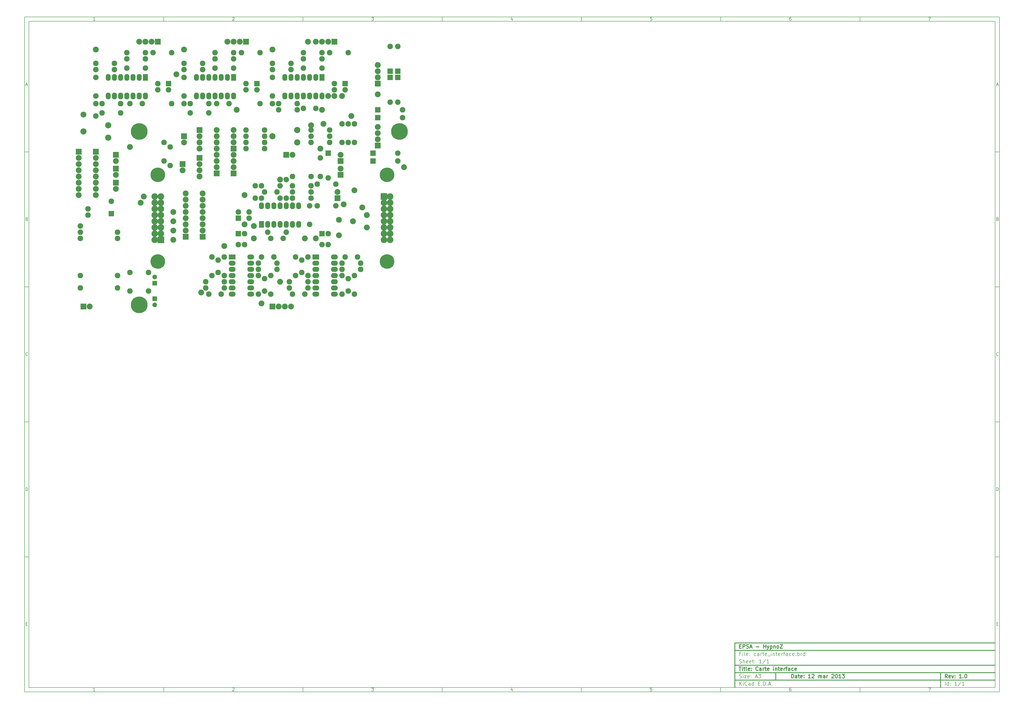
<source format=gbs>
G04 (created by PCBNEW-RS274X (2012-01-19 BZR 3256)-stable) date 12/03/2013 15:58:58*
G01*
G70*
G90*
%MOIN*%
G04 Gerber Fmt 3.4, Leading zero omitted, Abs format*
%FSLAX34Y34*%
G04 APERTURE LIST*
%ADD10C,0.006000*%
%ADD11C,0.012000*%
%ADD12C,0.090000*%
%ADD13R,0.090000X0.090000*%
%ADD14R,0.082000X0.110000*%
%ADD15O,0.082000X0.110000*%
%ADD16R,0.110000X0.082000*%
%ADD17O,0.110000X0.082000*%
%ADD18C,0.235000*%
%ADD19R,0.105000X0.105000*%
%ADD20C,0.105000*%
%ADD21R,0.095000X0.095000*%
%ADD22C,0.095000*%
%ADD23R,0.075000X0.075000*%
%ADD24C,0.075000*%
%ADD25C,0.100000*%
%ADD26C,0.270000*%
G04 APERTURE END LIST*
G54D10*
X04000Y-04000D02*
X161350Y-04000D01*
X161350Y-113000D01*
X04000Y-113000D01*
X04000Y-04000D01*
X04700Y-04700D02*
X160650Y-04700D01*
X160650Y-112300D01*
X04700Y-112300D01*
X04700Y-04700D01*
X26470Y-04000D02*
X26470Y-04700D01*
X15383Y-04552D02*
X15097Y-04552D01*
X15240Y-04552D02*
X15240Y-04052D01*
X15192Y-04124D01*
X15145Y-04171D01*
X15097Y-04195D01*
X26470Y-113000D02*
X26470Y-112300D01*
X15383Y-112852D02*
X15097Y-112852D01*
X15240Y-112852D02*
X15240Y-112352D01*
X15192Y-112424D01*
X15145Y-112471D01*
X15097Y-112495D01*
X48940Y-04000D02*
X48940Y-04700D01*
X37567Y-04100D02*
X37591Y-04076D01*
X37639Y-04052D01*
X37758Y-04052D01*
X37805Y-04076D01*
X37829Y-04100D01*
X37853Y-04148D01*
X37853Y-04195D01*
X37829Y-04267D01*
X37543Y-04552D01*
X37853Y-04552D01*
X48940Y-113000D02*
X48940Y-112300D01*
X37567Y-112400D02*
X37591Y-112376D01*
X37639Y-112352D01*
X37758Y-112352D01*
X37805Y-112376D01*
X37829Y-112400D01*
X37853Y-112448D01*
X37853Y-112495D01*
X37829Y-112567D01*
X37543Y-112852D01*
X37853Y-112852D01*
X71410Y-04000D02*
X71410Y-04700D01*
X60013Y-04052D02*
X60323Y-04052D01*
X60156Y-04243D01*
X60228Y-04243D01*
X60275Y-04267D01*
X60299Y-04290D01*
X60323Y-04338D01*
X60323Y-04457D01*
X60299Y-04505D01*
X60275Y-04529D01*
X60228Y-04552D01*
X60085Y-04552D01*
X60037Y-04529D01*
X60013Y-04505D01*
X71410Y-113000D02*
X71410Y-112300D01*
X60013Y-112352D02*
X60323Y-112352D01*
X60156Y-112543D01*
X60228Y-112543D01*
X60275Y-112567D01*
X60299Y-112590D01*
X60323Y-112638D01*
X60323Y-112757D01*
X60299Y-112805D01*
X60275Y-112829D01*
X60228Y-112852D01*
X60085Y-112852D01*
X60037Y-112829D01*
X60013Y-112805D01*
X93880Y-04000D02*
X93880Y-04700D01*
X82745Y-04219D02*
X82745Y-04552D01*
X82626Y-04029D02*
X82507Y-04386D01*
X82817Y-04386D01*
X93880Y-113000D02*
X93880Y-112300D01*
X82745Y-112519D02*
X82745Y-112852D01*
X82626Y-112329D02*
X82507Y-112686D01*
X82817Y-112686D01*
X116350Y-04000D02*
X116350Y-04700D01*
X105239Y-04052D02*
X105001Y-04052D01*
X104977Y-04290D01*
X105001Y-04267D01*
X105049Y-04243D01*
X105168Y-04243D01*
X105215Y-04267D01*
X105239Y-04290D01*
X105263Y-04338D01*
X105263Y-04457D01*
X105239Y-04505D01*
X105215Y-04529D01*
X105168Y-04552D01*
X105049Y-04552D01*
X105001Y-04529D01*
X104977Y-04505D01*
X116350Y-113000D02*
X116350Y-112300D01*
X105239Y-112352D02*
X105001Y-112352D01*
X104977Y-112590D01*
X105001Y-112567D01*
X105049Y-112543D01*
X105168Y-112543D01*
X105215Y-112567D01*
X105239Y-112590D01*
X105263Y-112638D01*
X105263Y-112757D01*
X105239Y-112805D01*
X105215Y-112829D01*
X105168Y-112852D01*
X105049Y-112852D01*
X105001Y-112829D01*
X104977Y-112805D01*
X138820Y-04000D02*
X138820Y-04700D01*
X127685Y-04052D02*
X127590Y-04052D01*
X127542Y-04076D01*
X127519Y-04100D01*
X127471Y-04171D01*
X127447Y-04267D01*
X127447Y-04457D01*
X127471Y-04505D01*
X127495Y-04529D01*
X127542Y-04552D01*
X127638Y-04552D01*
X127685Y-04529D01*
X127709Y-04505D01*
X127733Y-04457D01*
X127733Y-04338D01*
X127709Y-04290D01*
X127685Y-04267D01*
X127638Y-04243D01*
X127542Y-04243D01*
X127495Y-04267D01*
X127471Y-04290D01*
X127447Y-04338D01*
X138820Y-113000D02*
X138820Y-112300D01*
X127685Y-112352D02*
X127590Y-112352D01*
X127542Y-112376D01*
X127519Y-112400D01*
X127471Y-112471D01*
X127447Y-112567D01*
X127447Y-112757D01*
X127471Y-112805D01*
X127495Y-112829D01*
X127542Y-112852D01*
X127638Y-112852D01*
X127685Y-112829D01*
X127709Y-112805D01*
X127733Y-112757D01*
X127733Y-112638D01*
X127709Y-112590D01*
X127685Y-112567D01*
X127638Y-112543D01*
X127542Y-112543D01*
X127495Y-112567D01*
X127471Y-112590D01*
X127447Y-112638D01*
X149893Y-04052D02*
X150227Y-04052D01*
X150012Y-04552D01*
X149893Y-112352D02*
X150227Y-112352D01*
X150012Y-112852D01*
X04000Y-25800D02*
X04700Y-25800D01*
X04231Y-14960D02*
X04469Y-14960D01*
X04184Y-15102D02*
X04350Y-14602D01*
X04517Y-15102D01*
X161350Y-25800D02*
X160650Y-25800D01*
X160881Y-14960D02*
X161119Y-14960D01*
X160834Y-15102D02*
X161000Y-14602D01*
X161167Y-15102D01*
X04000Y-47600D02*
X04700Y-47600D01*
X04386Y-36640D02*
X04457Y-36664D01*
X04481Y-36688D01*
X04505Y-36736D01*
X04505Y-36807D01*
X04481Y-36855D01*
X04457Y-36879D01*
X04410Y-36902D01*
X04219Y-36902D01*
X04219Y-36402D01*
X04386Y-36402D01*
X04433Y-36426D01*
X04457Y-36450D01*
X04481Y-36498D01*
X04481Y-36545D01*
X04457Y-36593D01*
X04433Y-36617D01*
X04386Y-36640D01*
X04219Y-36640D01*
X161350Y-47600D02*
X160650Y-47600D01*
X161036Y-36640D02*
X161107Y-36664D01*
X161131Y-36688D01*
X161155Y-36736D01*
X161155Y-36807D01*
X161131Y-36855D01*
X161107Y-36879D01*
X161060Y-36902D01*
X160869Y-36902D01*
X160869Y-36402D01*
X161036Y-36402D01*
X161083Y-36426D01*
X161107Y-36450D01*
X161131Y-36498D01*
X161131Y-36545D01*
X161107Y-36593D01*
X161083Y-36617D01*
X161036Y-36640D01*
X160869Y-36640D01*
X04000Y-69400D02*
X04700Y-69400D01*
X04505Y-58655D02*
X04481Y-58679D01*
X04410Y-58702D01*
X04362Y-58702D01*
X04290Y-58679D01*
X04243Y-58631D01*
X04219Y-58583D01*
X04195Y-58488D01*
X04195Y-58417D01*
X04219Y-58321D01*
X04243Y-58274D01*
X04290Y-58226D01*
X04362Y-58202D01*
X04410Y-58202D01*
X04481Y-58226D01*
X04505Y-58250D01*
X161350Y-69400D02*
X160650Y-69400D01*
X161155Y-58655D02*
X161131Y-58679D01*
X161060Y-58702D01*
X161012Y-58702D01*
X160940Y-58679D01*
X160893Y-58631D01*
X160869Y-58583D01*
X160845Y-58488D01*
X160845Y-58417D01*
X160869Y-58321D01*
X160893Y-58274D01*
X160940Y-58226D01*
X161012Y-58202D01*
X161060Y-58202D01*
X161131Y-58226D01*
X161155Y-58250D01*
X04000Y-91200D02*
X04700Y-91200D01*
X04219Y-80502D02*
X04219Y-80002D01*
X04338Y-80002D01*
X04410Y-80026D01*
X04457Y-80074D01*
X04481Y-80121D01*
X04505Y-80217D01*
X04505Y-80288D01*
X04481Y-80383D01*
X04457Y-80431D01*
X04410Y-80479D01*
X04338Y-80502D01*
X04219Y-80502D01*
X161350Y-91200D02*
X160650Y-91200D01*
X160869Y-80502D02*
X160869Y-80002D01*
X160988Y-80002D01*
X161060Y-80026D01*
X161107Y-80074D01*
X161131Y-80121D01*
X161155Y-80217D01*
X161155Y-80288D01*
X161131Y-80383D01*
X161107Y-80431D01*
X161060Y-80479D01*
X160988Y-80502D01*
X160869Y-80502D01*
X04243Y-102040D02*
X04410Y-102040D01*
X04481Y-102302D02*
X04243Y-102302D01*
X04243Y-101802D01*
X04481Y-101802D01*
X160893Y-102040D02*
X161060Y-102040D01*
X161131Y-102302D02*
X160893Y-102302D01*
X160893Y-101802D01*
X161131Y-101802D01*
G54D11*
X127793Y-110743D02*
X127793Y-110143D01*
X127936Y-110143D01*
X128021Y-110171D01*
X128079Y-110229D01*
X128107Y-110286D01*
X128136Y-110400D01*
X128136Y-110486D01*
X128107Y-110600D01*
X128079Y-110657D01*
X128021Y-110714D01*
X127936Y-110743D01*
X127793Y-110743D01*
X128650Y-110743D02*
X128650Y-110429D01*
X128621Y-110371D01*
X128564Y-110343D01*
X128450Y-110343D01*
X128393Y-110371D01*
X128650Y-110714D02*
X128593Y-110743D01*
X128450Y-110743D01*
X128393Y-110714D01*
X128364Y-110657D01*
X128364Y-110600D01*
X128393Y-110543D01*
X128450Y-110514D01*
X128593Y-110514D01*
X128650Y-110486D01*
X128850Y-110343D02*
X129079Y-110343D01*
X128936Y-110143D02*
X128936Y-110657D01*
X128964Y-110714D01*
X129022Y-110743D01*
X129079Y-110743D01*
X129507Y-110714D02*
X129450Y-110743D01*
X129336Y-110743D01*
X129279Y-110714D01*
X129250Y-110657D01*
X129250Y-110429D01*
X129279Y-110371D01*
X129336Y-110343D01*
X129450Y-110343D01*
X129507Y-110371D01*
X129536Y-110429D01*
X129536Y-110486D01*
X129250Y-110543D01*
X129793Y-110686D02*
X129821Y-110714D01*
X129793Y-110743D01*
X129764Y-110714D01*
X129793Y-110686D01*
X129793Y-110743D01*
X129793Y-110371D02*
X129821Y-110400D01*
X129793Y-110429D01*
X129764Y-110400D01*
X129793Y-110371D01*
X129793Y-110429D01*
X130850Y-110743D02*
X130507Y-110743D01*
X130679Y-110743D02*
X130679Y-110143D01*
X130622Y-110229D01*
X130564Y-110286D01*
X130507Y-110314D01*
X131078Y-110200D02*
X131107Y-110171D01*
X131164Y-110143D01*
X131307Y-110143D01*
X131364Y-110171D01*
X131393Y-110200D01*
X131421Y-110257D01*
X131421Y-110314D01*
X131393Y-110400D01*
X131050Y-110743D01*
X131421Y-110743D01*
X132135Y-110743D02*
X132135Y-110343D01*
X132135Y-110400D02*
X132163Y-110371D01*
X132221Y-110343D01*
X132306Y-110343D01*
X132363Y-110371D01*
X132392Y-110429D01*
X132392Y-110743D01*
X132392Y-110429D02*
X132421Y-110371D01*
X132478Y-110343D01*
X132563Y-110343D01*
X132621Y-110371D01*
X132649Y-110429D01*
X132649Y-110743D01*
X133192Y-110743D02*
X133192Y-110429D01*
X133163Y-110371D01*
X133106Y-110343D01*
X132992Y-110343D01*
X132935Y-110371D01*
X133192Y-110714D02*
X133135Y-110743D01*
X132992Y-110743D01*
X132935Y-110714D01*
X132906Y-110657D01*
X132906Y-110600D01*
X132935Y-110543D01*
X132992Y-110514D01*
X133135Y-110514D01*
X133192Y-110486D01*
X133478Y-110743D02*
X133478Y-110343D01*
X133478Y-110457D02*
X133506Y-110400D01*
X133535Y-110371D01*
X133592Y-110343D01*
X133649Y-110343D01*
X134277Y-110200D02*
X134306Y-110171D01*
X134363Y-110143D01*
X134506Y-110143D01*
X134563Y-110171D01*
X134592Y-110200D01*
X134620Y-110257D01*
X134620Y-110314D01*
X134592Y-110400D01*
X134249Y-110743D01*
X134620Y-110743D01*
X134991Y-110143D02*
X135048Y-110143D01*
X135105Y-110171D01*
X135134Y-110200D01*
X135163Y-110257D01*
X135191Y-110371D01*
X135191Y-110514D01*
X135163Y-110629D01*
X135134Y-110686D01*
X135105Y-110714D01*
X135048Y-110743D01*
X134991Y-110743D01*
X134934Y-110714D01*
X134905Y-110686D01*
X134877Y-110629D01*
X134848Y-110514D01*
X134848Y-110371D01*
X134877Y-110257D01*
X134905Y-110200D01*
X134934Y-110171D01*
X134991Y-110143D01*
X135762Y-110743D02*
X135419Y-110743D01*
X135591Y-110743D02*
X135591Y-110143D01*
X135534Y-110229D01*
X135476Y-110286D01*
X135419Y-110314D01*
X135962Y-110143D02*
X136333Y-110143D01*
X136133Y-110371D01*
X136219Y-110371D01*
X136276Y-110400D01*
X136305Y-110429D01*
X136333Y-110486D01*
X136333Y-110629D01*
X136305Y-110686D01*
X136276Y-110714D01*
X136219Y-110743D01*
X136047Y-110743D01*
X135990Y-110714D01*
X135962Y-110686D01*
G54D10*
X119393Y-111943D02*
X119393Y-111343D01*
X119736Y-111943D02*
X119479Y-111600D01*
X119736Y-111343D02*
X119393Y-111686D01*
X119993Y-111943D02*
X119993Y-111543D01*
X119993Y-111343D02*
X119964Y-111371D01*
X119993Y-111400D01*
X120021Y-111371D01*
X119993Y-111343D01*
X119993Y-111400D01*
X120622Y-111886D02*
X120593Y-111914D01*
X120507Y-111943D01*
X120450Y-111943D01*
X120365Y-111914D01*
X120307Y-111857D01*
X120279Y-111800D01*
X120250Y-111686D01*
X120250Y-111600D01*
X120279Y-111486D01*
X120307Y-111429D01*
X120365Y-111371D01*
X120450Y-111343D01*
X120507Y-111343D01*
X120593Y-111371D01*
X120622Y-111400D01*
X121136Y-111943D02*
X121136Y-111629D01*
X121107Y-111571D01*
X121050Y-111543D01*
X120936Y-111543D01*
X120879Y-111571D01*
X121136Y-111914D02*
X121079Y-111943D01*
X120936Y-111943D01*
X120879Y-111914D01*
X120850Y-111857D01*
X120850Y-111800D01*
X120879Y-111743D01*
X120936Y-111714D01*
X121079Y-111714D01*
X121136Y-111686D01*
X121679Y-111943D02*
X121679Y-111343D01*
X121679Y-111914D02*
X121622Y-111943D01*
X121508Y-111943D01*
X121450Y-111914D01*
X121422Y-111886D01*
X121393Y-111829D01*
X121393Y-111657D01*
X121422Y-111600D01*
X121450Y-111571D01*
X121508Y-111543D01*
X121622Y-111543D01*
X121679Y-111571D01*
X122422Y-111629D02*
X122622Y-111629D01*
X122708Y-111943D02*
X122422Y-111943D01*
X122422Y-111343D01*
X122708Y-111343D01*
X122965Y-111886D02*
X122993Y-111914D01*
X122965Y-111943D01*
X122936Y-111914D01*
X122965Y-111886D01*
X122965Y-111943D01*
X123251Y-111943D02*
X123251Y-111343D01*
X123394Y-111343D01*
X123479Y-111371D01*
X123537Y-111429D01*
X123565Y-111486D01*
X123594Y-111600D01*
X123594Y-111686D01*
X123565Y-111800D01*
X123537Y-111857D01*
X123479Y-111914D01*
X123394Y-111943D01*
X123251Y-111943D01*
X123851Y-111886D02*
X123879Y-111914D01*
X123851Y-111943D01*
X123822Y-111914D01*
X123851Y-111886D01*
X123851Y-111943D01*
X124108Y-111771D02*
X124394Y-111771D01*
X124051Y-111943D02*
X124251Y-111343D01*
X124451Y-111943D01*
X124651Y-111886D02*
X124679Y-111914D01*
X124651Y-111943D01*
X124622Y-111914D01*
X124651Y-111886D01*
X124651Y-111943D01*
G54D11*
X152936Y-110743D02*
X152736Y-110457D01*
X152593Y-110743D02*
X152593Y-110143D01*
X152821Y-110143D01*
X152879Y-110171D01*
X152907Y-110200D01*
X152936Y-110257D01*
X152936Y-110343D01*
X152907Y-110400D01*
X152879Y-110429D01*
X152821Y-110457D01*
X152593Y-110457D01*
X153421Y-110714D02*
X153364Y-110743D01*
X153250Y-110743D01*
X153193Y-110714D01*
X153164Y-110657D01*
X153164Y-110429D01*
X153193Y-110371D01*
X153250Y-110343D01*
X153364Y-110343D01*
X153421Y-110371D01*
X153450Y-110429D01*
X153450Y-110486D01*
X153164Y-110543D01*
X153650Y-110343D02*
X153793Y-110743D01*
X153935Y-110343D01*
X154164Y-110686D02*
X154192Y-110714D01*
X154164Y-110743D01*
X154135Y-110714D01*
X154164Y-110686D01*
X154164Y-110743D01*
X154164Y-110371D02*
X154192Y-110400D01*
X154164Y-110429D01*
X154135Y-110400D01*
X154164Y-110371D01*
X154164Y-110429D01*
X155221Y-110743D02*
X154878Y-110743D01*
X155050Y-110743D02*
X155050Y-110143D01*
X154993Y-110229D01*
X154935Y-110286D01*
X154878Y-110314D01*
X155478Y-110686D02*
X155506Y-110714D01*
X155478Y-110743D01*
X155449Y-110714D01*
X155478Y-110686D01*
X155478Y-110743D01*
X155878Y-110143D02*
X155935Y-110143D01*
X155992Y-110171D01*
X156021Y-110200D01*
X156050Y-110257D01*
X156078Y-110371D01*
X156078Y-110514D01*
X156050Y-110629D01*
X156021Y-110686D01*
X155992Y-110714D01*
X155935Y-110743D01*
X155878Y-110743D01*
X155821Y-110714D01*
X155792Y-110686D01*
X155764Y-110629D01*
X155735Y-110514D01*
X155735Y-110371D01*
X155764Y-110257D01*
X155792Y-110200D01*
X155821Y-110171D01*
X155878Y-110143D01*
G54D10*
X119364Y-110714D02*
X119450Y-110743D01*
X119593Y-110743D01*
X119650Y-110714D01*
X119679Y-110686D01*
X119707Y-110629D01*
X119707Y-110571D01*
X119679Y-110514D01*
X119650Y-110486D01*
X119593Y-110457D01*
X119479Y-110429D01*
X119421Y-110400D01*
X119393Y-110371D01*
X119364Y-110314D01*
X119364Y-110257D01*
X119393Y-110200D01*
X119421Y-110171D01*
X119479Y-110143D01*
X119621Y-110143D01*
X119707Y-110171D01*
X119964Y-110743D02*
X119964Y-110343D01*
X119964Y-110143D02*
X119935Y-110171D01*
X119964Y-110200D01*
X119992Y-110171D01*
X119964Y-110143D01*
X119964Y-110200D01*
X120193Y-110343D02*
X120507Y-110343D01*
X120193Y-110743D01*
X120507Y-110743D01*
X120964Y-110714D02*
X120907Y-110743D01*
X120793Y-110743D01*
X120736Y-110714D01*
X120707Y-110657D01*
X120707Y-110429D01*
X120736Y-110371D01*
X120793Y-110343D01*
X120907Y-110343D01*
X120964Y-110371D01*
X120993Y-110429D01*
X120993Y-110486D01*
X120707Y-110543D01*
X121250Y-110686D02*
X121278Y-110714D01*
X121250Y-110743D01*
X121221Y-110714D01*
X121250Y-110686D01*
X121250Y-110743D01*
X121250Y-110371D02*
X121278Y-110400D01*
X121250Y-110429D01*
X121221Y-110400D01*
X121250Y-110371D01*
X121250Y-110429D01*
X121964Y-110571D02*
X122250Y-110571D01*
X121907Y-110743D02*
X122107Y-110143D01*
X122307Y-110743D01*
X122450Y-110143D02*
X122821Y-110143D01*
X122621Y-110371D01*
X122707Y-110371D01*
X122764Y-110400D01*
X122793Y-110429D01*
X122821Y-110486D01*
X122821Y-110629D01*
X122793Y-110686D01*
X122764Y-110714D01*
X122707Y-110743D01*
X122535Y-110743D01*
X122478Y-110714D01*
X122450Y-110686D01*
X152593Y-111943D02*
X152593Y-111343D01*
X153136Y-111943D02*
X153136Y-111343D01*
X153136Y-111914D02*
X153079Y-111943D01*
X152965Y-111943D01*
X152907Y-111914D01*
X152879Y-111886D01*
X152850Y-111829D01*
X152850Y-111657D01*
X152879Y-111600D01*
X152907Y-111571D01*
X152965Y-111543D01*
X153079Y-111543D01*
X153136Y-111571D01*
X153422Y-111886D02*
X153450Y-111914D01*
X153422Y-111943D01*
X153393Y-111914D01*
X153422Y-111886D01*
X153422Y-111943D01*
X153422Y-111571D02*
X153450Y-111600D01*
X153422Y-111629D01*
X153393Y-111600D01*
X153422Y-111571D01*
X153422Y-111629D01*
X154479Y-111943D02*
X154136Y-111943D01*
X154308Y-111943D02*
X154308Y-111343D01*
X154251Y-111429D01*
X154193Y-111486D01*
X154136Y-111514D01*
X155164Y-111314D02*
X154650Y-112086D01*
X155679Y-111943D02*
X155336Y-111943D01*
X155508Y-111943D02*
X155508Y-111343D01*
X155451Y-111429D01*
X155393Y-111486D01*
X155336Y-111514D01*
G54D11*
X119307Y-108943D02*
X119650Y-108943D01*
X119479Y-109543D02*
X119479Y-108943D01*
X119850Y-109543D02*
X119850Y-109143D01*
X119850Y-108943D02*
X119821Y-108971D01*
X119850Y-109000D01*
X119878Y-108971D01*
X119850Y-108943D01*
X119850Y-109000D01*
X120050Y-109143D02*
X120279Y-109143D01*
X120136Y-108943D02*
X120136Y-109457D01*
X120164Y-109514D01*
X120222Y-109543D01*
X120279Y-109543D01*
X120565Y-109543D02*
X120507Y-109514D01*
X120479Y-109457D01*
X120479Y-108943D01*
X121021Y-109514D02*
X120964Y-109543D01*
X120850Y-109543D01*
X120793Y-109514D01*
X120764Y-109457D01*
X120764Y-109229D01*
X120793Y-109171D01*
X120850Y-109143D01*
X120964Y-109143D01*
X121021Y-109171D01*
X121050Y-109229D01*
X121050Y-109286D01*
X120764Y-109343D01*
X121307Y-109486D02*
X121335Y-109514D01*
X121307Y-109543D01*
X121278Y-109514D01*
X121307Y-109486D01*
X121307Y-109543D01*
X121307Y-109171D02*
X121335Y-109200D01*
X121307Y-109229D01*
X121278Y-109200D01*
X121307Y-109171D01*
X121307Y-109229D01*
X122393Y-109486D02*
X122364Y-109514D01*
X122278Y-109543D01*
X122221Y-109543D01*
X122136Y-109514D01*
X122078Y-109457D01*
X122050Y-109400D01*
X122021Y-109286D01*
X122021Y-109200D01*
X122050Y-109086D01*
X122078Y-109029D01*
X122136Y-108971D01*
X122221Y-108943D01*
X122278Y-108943D01*
X122364Y-108971D01*
X122393Y-109000D01*
X122907Y-109543D02*
X122907Y-109229D01*
X122878Y-109171D01*
X122821Y-109143D01*
X122707Y-109143D01*
X122650Y-109171D01*
X122907Y-109514D02*
X122850Y-109543D01*
X122707Y-109543D01*
X122650Y-109514D01*
X122621Y-109457D01*
X122621Y-109400D01*
X122650Y-109343D01*
X122707Y-109314D01*
X122850Y-109314D01*
X122907Y-109286D01*
X123193Y-109543D02*
X123193Y-109143D01*
X123193Y-109257D02*
X123221Y-109200D01*
X123250Y-109171D01*
X123307Y-109143D01*
X123364Y-109143D01*
X123478Y-109143D02*
X123707Y-109143D01*
X123564Y-108943D02*
X123564Y-109457D01*
X123592Y-109514D01*
X123650Y-109543D01*
X123707Y-109543D01*
X124135Y-109514D02*
X124078Y-109543D01*
X123964Y-109543D01*
X123907Y-109514D01*
X123878Y-109457D01*
X123878Y-109229D01*
X123907Y-109171D01*
X123964Y-109143D01*
X124078Y-109143D01*
X124135Y-109171D01*
X124164Y-109229D01*
X124164Y-109286D01*
X123878Y-109343D01*
X124878Y-109543D02*
X124878Y-109143D01*
X124878Y-108943D02*
X124849Y-108971D01*
X124878Y-109000D01*
X124906Y-108971D01*
X124878Y-108943D01*
X124878Y-109000D01*
X125164Y-109143D02*
X125164Y-109543D01*
X125164Y-109200D02*
X125192Y-109171D01*
X125250Y-109143D01*
X125335Y-109143D01*
X125392Y-109171D01*
X125421Y-109229D01*
X125421Y-109543D01*
X125621Y-109143D02*
X125850Y-109143D01*
X125707Y-108943D02*
X125707Y-109457D01*
X125735Y-109514D01*
X125793Y-109543D01*
X125850Y-109543D01*
X126278Y-109514D02*
X126221Y-109543D01*
X126107Y-109543D01*
X126050Y-109514D01*
X126021Y-109457D01*
X126021Y-109229D01*
X126050Y-109171D01*
X126107Y-109143D01*
X126221Y-109143D01*
X126278Y-109171D01*
X126307Y-109229D01*
X126307Y-109286D01*
X126021Y-109343D01*
X126564Y-109543D02*
X126564Y-109143D01*
X126564Y-109257D02*
X126592Y-109200D01*
X126621Y-109171D01*
X126678Y-109143D01*
X126735Y-109143D01*
X126849Y-109143D02*
X127078Y-109143D01*
X126935Y-109543D02*
X126935Y-109029D01*
X126963Y-108971D01*
X127021Y-108943D01*
X127078Y-108943D01*
X127535Y-109543D02*
X127535Y-109229D01*
X127506Y-109171D01*
X127449Y-109143D01*
X127335Y-109143D01*
X127278Y-109171D01*
X127535Y-109514D02*
X127478Y-109543D01*
X127335Y-109543D01*
X127278Y-109514D01*
X127249Y-109457D01*
X127249Y-109400D01*
X127278Y-109343D01*
X127335Y-109314D01*
X127478Y-109314D01*
X127535Y-109286D01*
X128078Y-109514D02*
X128021Y-109543D01*
X127907Y-109543D01*
X127849Y-109514D01*
X127821Y-109486D01*
X127792Y-109429D01*
X127792Y-109257D01*
X127821Y-109200D01*
X127849Y-109171D01*
X127907Y-109143D01*
X128021Y-109143D01*
X128078Y-109171D01*
X128563Y-109514D02*
X128506Y-109543D01*
X128392Y-109543D01*
X128335Y-109514D01*
X128306Y-109457D01*
X128306Y-109229D01*
X128335Y-109171D01*
X128392Y-109143D01*
X128506Y-109143D01*
X128563Y-109171D01*
X128592Y-109229D01*
X128592Y-109286D01*
X128306Y-109343D01*
G54D10*
X119593Y-106829D02*
X119393Y-106829D01*
X119393Y-107143D02*
X119393Y-106543D01*
X119679Y-106543D01*
X119907Y-107143D02*
X119907Y-106743D01*
X119907Y-106543D02*
X119878Y-106571D01*
X119907Y-106600D01*
X119935Y-106571D01*
X119907Y-106543D01*
X119907Y-106600D01*
X120279Y-107143D02*
X120221Y-107114D01*
X120193Y-107057D01*
X120193Y-106543D01*
X120735Y-107114D02*
X120678Y-107143D01*
X120564Y-107143D01*
X120507Y-107114D01*
X120478Y-107057D01*
X120478Y-106829D01*
X120507Y-106771D01*
X120564Y-106743D01*
X120678Y-106743D01*
X120735Y-106771D01*
X120764Y-106829D01*
X120764Y-106886D01*
X120478Y-106943D01*
X121021Y-107086D02*
X121049Y-107114D01*
X121021Y-107143D01*
X120992Y-107114D01*
X121021Y-107086D01*
X121021Y-107143D01*
X121021Y-106771D02*
X121049Y-106800D01*
X121021Y-106829D01*
X120992Y-106800D01*
X121021Y-106771D01*
X121021Y-106829D01*
X122021Y-107114D02*
X121964Y-107143D01*
X121850Y-107143D01*
X121792Y-107114D01*
X121764Y-107086D01*
X121735Y-107029D01*
X121735Y-106857D01*
X121764Y-106800D01*
X121792Y-106771D01*
X121850Y-106743D01*
X121964Y-106743D01*
X122021Y-106771D01*
X122535Y-107143D02*
X122535Y-106829D01*
X122506Y-106771D01*
X122449Y-106743D01*
X122335Y-106743D01*
X122278Y-106771D01*
X122535Y-107114D02*
X122478Y-107143D01*
X122335Y-107143D01*
X122278Y-107114D01*
X122249Y-107057D01*
X122249Y-107000D01*
X122278Y-106943D01*
X122335Y-106914D01*
X122478Y-106914D01*
X122535Y-106886D01*
X122821Y-107143D02*
X122821Y-106743D01*
X122821Y-106857D02*
X122849Y-106800D01*
X122878Y-106771D01*
X122935Y-106743D01*
X122992Y-106743D01*
X123106Y-106743D02*
X123335Y-106743D01*
X123192Y-106543D02*
X123192Y-107057D01*
X123220Y-107114D01*
X123278Y-107143D01*
X123335Y-107143D01*
X123763Y-107114D02*
X123706Y-107143D01*
X123592Y-107143D01*
X123535Y-107114D01*
X123506Y-107057D01*
X123506Y-106829D01*
X123535Y-106771D01*
X123592Y-106743D01*
X123706Y-106743D01*
X123763Y-106771D01*
X123792Y-106829D01*
X123792Y-106886D01*
X123506Y-106943D01*
X123906Y-107200D02*
X124363Y-107200D01*
X124506Y-107143D02*
X124506Y-106743D01*
X124506Y-106543D02*
X124477Y-106571D01*
X124506Y-106600D01*
X124534Y-106571D01*
X124506Y-106543D01*
X124506Y-106600D01*
X124792Y-106743D02*
X124792Y-107143D01*
X124792Y-106800D02*
X124820Y-106771D01*
X124878Y-106743D01*
X124963Y-106743D01*
X125020Y-106771D01*
X125049Y-106829D01*
X125049Y-107143D01*
X125249Y-106743D02*
X125478Y-106743D01*
X125335Y-106543D02*
X125335Y-107057D01*
X125363Y-107114D01*
X125421Y-107143D01*
X125478Y-107143D01*
X125906Y-107114D02*
X125849Y-107143D01*
X125735Y-107143D01*
X125678Y-107114D01*
X125649Y-107057D01*
X125649Y-106829D01*
X125678Y-106771D01*
X125735Y-106743D01*
X125849Y-106743D01*
X125906Y-106771D01*
X125935Y-106829D01*
X125935Y-106886D01*
X125649Y-106943D01*
X126192Y-107143D02*
X126192Y-106743D01*
X126192Y-106857D02*
X126220Y-106800D01*
X126249Y-106771D01*
X126306Y-106743D01*
X126363Y-106743D01*
X126477Y-106743D02*
X126706Y-106743D01*
X126563Y-107143D02*
X126563Y-106629D01*
X126591Y-106571D01*
X126649Y-106543D01*
X126706Y-106543D01*
X127163Y-107143D02*
X127163Y-106829D01*
X127134Y-106771D01*
X127077Y-106743D01*
X126963Y-106743D01*
X126906Y-106771D01*
X127163Y-107114D02*
X127106Y-107143D01*
X126963Y-107143D01*
X126906Y-107114D01*
X126877Y-107057D01*
X126877Y-107000D01*
X126906Y-106943D01*
X126963Y-106914D01*
X127106Y-106914D01*
X127163Y-106886D01*
X127706Y-107114D02*
X127649Y-107143D01*
X127535Y-107143D01*
X127477Y-107114D01*
X127449Y-107086D01*
X127420Y-107029D01*
X127420Y-106857D01*
X127449Y-106800D01*
X127477Y-106771D01*
X127535Y-106743D01*
X127649Y-106743D01*
X127706Y-106771D01*
X128191Y-107114D02*
X128134Y-107143D01*
X128020Y-107143D01*
X127963Y-107114D01*
X127934Y-107057D01*
X127934Y-106829D01*
X127963Y-106771D01*
X128020Y-106743D01*
X128134Y-106743D01*
X128191Y-106771D01*
X128220Y-106829D01*
X128220Y-106886D01*
X127934Y-106943D01*
X128477Y-107086D02*
X128505Y-107114D01*
X128477Y-107143D01*
X128448Y-107114D01*
X128477Y-107086D01*
X128477Y-107143D01*
X128763Y-107143D02*
X128763Y-106543D01*
X128763Y-106771D02*
X128820Y-106743D01*
X128934Y-106743D01*
X128991Y-106771D01*
X129020Y-106800D01*
X129049Y-106857D01*
X129049Y-107029D01*
X129020Y-107086D01*
X128991Y-107114D01*
X128934Y-107143D01*
X128820Y-107143D01*
X128763Y-107114D01*
X129306Y-107143D02*
X129306Y-106743D01*
X129306Y-106857D02*
X129334Y-106800D01*
X129363Y-106771D01*
X129420Y-106743D01*
X129477Y-106743D01*
X129934Y-107143D02*
X129934Y-106543D01*
X129934Y-107114D02*
X129877Y-107143D01*
X129763Y-107143D01*
X129705Y-107114D01*
X129677Y-107086D01*
X129648Y-107029D01*
X129648Y-106857D01*
X129677Y-106800D01*
X129705Y-106771D01*
X129763Y-106743D01*
X129877Y-106743D01*
X129934Y-106771D01*
X119364Y-108314D02*
X119450Y-108343D01*
X119593Y-108343D01*
X119650Y-108314D01*
X119679Y-108286D01*
X119707Y-108229D01*
X119707Y-108171D01*
X119679Y-108114D01*
X119650Y-108086D01*
X119593Y-108057D01*
X119479Y-108029D01*
X119421Y-108000D01*
X119393Y-107971D01*
X119364Y-107914D01*
X119364Y-107857D01*
X119393Y-107800D01*
X119421Y-107771D01*
X119479Y-107743D01*
X119621Y-107743D01*
X119707Y-107771D01*
X119964Y-108343D02*
X119964Y-107743D01*
X120221Y-108343D02*
X120221Y-108029D01*
X120192Y-107971D01*
X120135Y-107943D01*
X120050Y-107943D01*
X119992Y-107971D01*
X119964Y-108000D01*
X120735Y-108314D02*
X120678Y-108343D01*
X120564Y-108343D01*
X120507Y-108314D01*
X120478Y-108257D01*
X120478Y-108029D01*
X120507Y-107971D01*
X120564Y-107943D01*
X120678Y-107943D01*
X120735Y-107971D01*
X120764Y-108029D01*
X120764Y-108086D01*
X120478Y-108143D01*
X121249Y-108314D02*
X121192Y-108343D01*
X121078Y-108343D01*
X121021Y-108314D01*
X120992Y-108257D01*
X120992Y-108029D01*
X121021Y-107971D01*
X121078Y-107943D01*
X121192Y-107943D01*
X121249Y-107971D01*
X121278Y-108029D01*
X121278Y-108086D01*
X120992Y-108143D01*
X121449Y-107943D02*
X121678Y-107943D01*
X121535Y-107743D02*
X121535Y-108257D01*
X121563Y-108314D01*
X121621Y-108343D01*
X121678Y-108343D01*
X121878Y-108286D02*
X121906Y-108314D01*
X121878Y-108343D01*
X121849Y-108314D01*
X121878Y-108286D01*
X121878Y-108343D01*
X121878Y-107971D02*
X121906Y-108000D01*
X121878Y-108029D01*
X121849Y-108000D01*
X121878Y-107971D01*
X121878Y-108029D01*
X122935Y-108343D02*
X122592Y-108343D01*
X122764Y-108343D02*
X122764Y-107743D01*
X122707Y-107829D01*
X122649Y-107886D01*
X122592Y-107914D01*
X123620Y-107714D02*
X123106Y-108486D01*
X124135Y-108343D02*
X123792Y-108343D01*
X123964Y-108343D02*
X123964Y-107743D01*
X123907Y-107829D01*
X123849Y-107886D01*
X123792Y-107914D01*
G54D11*
X119393Y-105629D02*
X119593Y-105629D01*
X119679Y-105943D02*
X119393Y-105943D01*
X119393Y-105343D01*
X119679Y-105343D01*
X119936Y-105943D02*
X119936Y-105343D01*
X120164Y-105343D01*
X120222Y-105371D01*
X120250Y-105400D01*
X120279Y-105457D01*
X120279Y-105543D01*
X120250Y-105600D01*
X120222Y-105629D01*
X120164Y-105657D01*
X119936Y-105657D01*
X120507Y-105914D02*
X120593Y-105943D01*
X120736Y-105943D01*
X120793Y-105914D01*
X120822Y-105886D01*
X120850Y-105829D01*
X120850Y-105771D01*
X120822Y-105714D01*
X120793Y-105686D01*
X120736Y-105657D01*
X120622Y-105629D01*
X120564Y-105600D01*
X120536Y-105571D01*
X120507Y-105514D01*
X120507Y-105457D01*
X120536Y-105400D01*
X120564Y-105371D01*
X120622Y-105343D01*
X120764Y-105343D01*
X120850Y-105371D01*
X121078Y-105771D02*
X121364Y-105771D01*
X121021Y-105943D02*
X121221Y-105343D01*
X121421Y-105943D01*
X122078Y-105714D02*
X122535Y-105714D01*
X123278Y-105943D02*
X123278Y-105343D01*
X123278Y-105629D02*
X123621Y-105629D01*
X123621Y-105943D02*
X123621Y-105343D01*
X123850Y-105543D02*
X123993Y-105943D01*
X124135Y-105543D02*
X123993Y-105943D01*
X123935Y-106086D01*
X123907Y-106114D01*
X123850Y-106143D01*
X124364Y-105543D02*
X124364Y-106143D01*
X124364Y-105571D02*
X124421Y-105543D01*
X124535Y-105543D01*
X124592Y-105571D01*
X124621Y-105600D01*
X124650Y-105657D01*
X124650Y-105829D01*
X124621Y-105886D01*
X124592Y-105914D01*
X124535Y-105943D01*
X124421Y-105943D01*
X124364Y-105914D01*
X124907Y-105543D02*
X124907Y-105943D01*
X124907Y-105600D02*
X124935Y-105571D01*
X124993Y-105543D01*
X125078Y-105543D01*
X125135Y-105571D01*
X125164Y-105629D01*
X125164Y-105943D01*
X125536Y-105943D02*
X125478Y-105914D01*
X125450Y-105886D01*
X125421Y-105829D01*
X125421Y-105657D01*
X125450Y-105600D01*
X125478Y-105571D01*
X125536Y-105543D01*
X125621Y-105543D01*
X125678Y-105571D01*
X125707Y-105600D01*
X125736Y-105657D01*
X125736Y-105829D01*
X125707Y-105886D01*
X125678Y-105914D01*
X125621Y-105943D01*
X125536Y-105943D01*
X125936Y-105343D02*
X126336Y-105343D01*
X125936Y-105943D01*
X126336Y-105943D01*
X118650Y-105100D02*
X118650Y-112300D01*
X118650Y-106300D02*
X160650Y-106300D01*
X118650Y-105100D02*
X160650Y-105100D01*
X118650Y-108700D02*
X160650Y-108700D01*
X151850Y-109900D02*
X151850Y-112300D01*
X118650Y-111100D02*
X160650Y-111100D01*
X118650Y-109900D02*
X160650Y-109900D01*
X125250Y-109900D02*
X125250Y-111100D01*
G54D12*
X14250Y-36000D03*
X14250Y-35000D03*
X25500Y-14750D03*
X25500Y-15750D03*
X40250Y-36500D03*
X40250Y-35500D03*
X38500Y-40750D03*
X39500Y-40750D03*
X39750Y-14750D03*
X39750Y-15750D03*
X52000Y-40750D03*
X53000Y-40750D03*
G54D13*
X27250Y-14750D03*
G54D12*
X27250Y-15750D03*
G54D13*
X38500Y-39000D03*
G54D12*
X39500Y-39000D03*
G54D13*
X52000Y-39000D03*
G54D12*
X53000Y-39000D03*
G54D13*
X41500Y-14750D03*
G54D12*
X41500Y-15750D03*
G54D13*
X38500Y-36500D03*
G54D12*
X38500Y-35500D03*
X49000Y-18750D03*
X51000Y-18750D03*
X27750Y-18000D03*
X29750Y-18000D03*
X35000Y-18000D03*
X37000Y-18000D03*
X42000Y-18000D03*
X44000Y-18000D03*
X44750Y-32250D03*
X42750Y-32250D03*
X49250Y-48750D03*
X47250Y-48750D03*
X41250Y-31250D03*
X41250Y-33250D03*
X42750Y-46250D03*
X42750Y-48250D03*
X45750Y-39750D03*
X43750Y-39750D03*
X42250Y-42750D03*
X44250Y-42750D03*
X48750Y-45250D03*
X48750Y-43250D03*
X35250Y-45250D03*
X35250Y-43250D03*
X15500Y-20000D03*
X15500Y-18000D03*
X35750Y-48750D03*
X33750Y-48750D03*
X21000Y-18000D03*
X23000Y-18000D03*
X55750Y-42750D03*
X57750Y-42750D03*
G54D13*
X18000Y-35750D03*
G54D12*
X18000Y-33750D03*
X65000Y-19000D03*
G54D13*
X61000Y-19000D03*
G54D12*
X65000Y-20250D03*
G54D13*
X61000Y-20250D03*
G54D12*
X64250Y-26000D03*
G54D13*
X60250Y-26000D03*
G54D12*
X63000Y-17750D03*
G54D13*
X63000Y-13750D03*
G54D12*
X64250Y-27250D03*
G54D13*
X60250Y-27250D03*
G54D12*
X53000Y-30000D03*
G54D13*
X53000Y-26000D03*
G54D12*
X64250Y-17750D03*
G54D13*
X64250Y-13750D03*
G54D12*
X64250Y-08750D03*
G54D13*
X64250Y-12750D03*
G54D12*
X63000Y-08750D03*
G54D13*
X63000Y-12750D03*
G54D14*
X37750Y-13750D03*
G54D15*
X36750Y-13750D03*
X35750Y-13750D03*
X34750Y-13750D03*
X33750Y-13750D03*
X32750Y-13750D03*
X31750Y-13750D03*
X31750Y-16750D03*
X32750Y-16750D03*
X33750Y-16750D03*
X34750Y-16750D03*
X35750Y-16750D03*
X36750Y-16750D03*
X37750Y-16750D03*
G54D14*
X52000Y-13750D03*
G54D15*
X51000Y-13750D03*
X50000Y-13750D03*
X49000Y-13750D03*
X48000Y-13750D03*
X47000Y-13750D03*
X46000Y-13750D03*
X46000Y-16750D03*
X47000Y-16750D03*
X48000Y-16750D03*
X49000Y-16750D03*
X50000Y-16750D03*
X51000Y-16750D03*
X52000Y-16750D03*
G54D14*
X42250Y-37500D03*
G54D15*
X43250Y-37500D03*
X44250Y-37500D03*
X45250Y-37500D03*
X46250Y-37500D03*
X47250Y-37500D03*
X48250Y-37500D03*
X48250Y-34500D03*
X47250Y-34500D03*
X46250Y-34500D03*
X45250Y-34500D03*
X44250Y-34500D03*
X43250Y-34500D03*
X42250Y-34500D03*
G54D16*
X37500Y-42750D03*
G54D17*
X37500Y-43750D03*
X37500Y-44750D03*
X37500Y-45750D03*
X37500Y-46750D03*
X37500Y-47750D03*
X37500Y-48750D03*
X40500Y-48750D03*
X40500Y-47750D03*
X40500Y-46750D03*
X40500Y-45750D03*
X40500Y-44750D03*
X40500Y-43750D03*
X40500Y-42750D03*
G54D14*
X23500Y-13750D03*
G54D15*
X22500Y-13750D03*
X21500Y-13750D03*
X20500Y-13750D03*
X19500Y-13750D03*
X18500Y-13750D03*
X17500Y-13750D03*
X17500Y-16750D03*
X18500Y-16750D03*
X19500Y-16750D03*
X20500Y-16750D03*
X21500Y-16750D03*
X22500Y-16750D03*
X23500Y-16750D03*
G54D16*
X51000Y-42750D03*
G54D17*
X51000Y-43750D03*
X51000Y-44750D03*
X51000Y-45750D03*
X51000Y-46750D03*
X51000Y-47750D03*
X51000Y-48750D03*
X54000Y-48750D03*
X54000Y-47750D03*
X54000Y-46750D03*
X54000Y-45750D03*
X54000Y-44750D03*
X54000Y-43750D03*
X54000Y-42750D03*
G54D18*
X62500Y-29500D03*
X62500Y-43500D03*
G54D19*
X62000Y-33000D03*
G54D20*
X63000Y-33000D03*
X62000Y-34000D03*
X63000Y-34000D03*
X62000Y-35000D03*
X63000Y-35000D03*
X62000Y-36000D03*
X63000Y-36000D03*
X62000Y-37000D03*
X63000Y-37000D03*
X62000Y-38000D03*
X63000Y-38000D03*
X62000Y-39000D03*
X63000Y-39000D03*
X62000Y-40000D03*
X63000Y-40000D03*
G54D18*
X25500Y-43500D03*
X25500Y-29500D03*
G54D19*
X26000Y-40000D03*
G54D20*
X25000Y-40000D03*
X26000Y-39000D03*
X25000Y-39000D03*
X26000Y-38000D03*
X25000Y-38000D03*
X26000Y-37000D03*
X25000Y-37000D03*
X26000Y-36000D03*
X25000Y-36000D03*
X26000Y-35000D03*
X25000Y-35000D03*
X26000Y-34000D03*
X25000Y-34000D03*
X26000Y-33000D03*
X25000Y-33000D03*
G54D21*
X46250Y-26250D03*
G54D22*
X47250Y-26250D03*
G54D21*
X29750Y-23250D03*
G54D22*
X29750Y-24250D03*
G54D21*
X55000Y-29500D03*
G54D22*
X55000Y-28500D03*
G54D21*
X29500Y-27750D03*
G54D22*
X29500Y-28750D03*
G54D21*
X54500Y-33250D03*
G54D22*
X54500Y-32250D03*
X32250Y-29750D03*
X32250Y-28750D03*
G54D21*
X32250Y-26750D03*
G54D22*
X32250Y-27750D03*
X32250Y-25250D03*
X32250Y-24250D03*
G54D21*
X32250Y-22250D03*
G54D22*
X32250Y-23250D03*
X61000Y-11750D03*
X61000Y-12750D03*
G54D21*
X61000Y-14750D03*
G54D22*
X61000Y-13750D03*
X47000Y-50750D03*
X46000Y-50750D03*
G54D21*
X44000Y-50750D03*
G54D22*
X45000Y-50750D03*
X37750Y-22250D03*
X37750Y-23250D03*
G54D21*
X37750Y-25250D03*
G54D22*
X37750Y-24250D03*
X37750Y-26250D03*
X37750Y-27250D03*
G54D21*
X37750Y-29250D03*
G54D22*
X37750Y-28250D03*
X51000Y-08000D03*
X52000Y-08000D03*
G54D21*
X54000Y-08000D03*
G54D22*
X53000Y-08000D03*
X36750Y-08000D03*
X37750Y-08000D03*
G54D21*
X39750Y-08000D03*
G54D22*
X38750Y-08000D03*
X61000Y-21750D03*
X61000Y-22750D03*
G54D21*
X61000Y-24750D03*
G54D22*
X61000Y-23750D03*
X15500Y-30750D03*
X15500Y-29750D03*
X15500Y-31750D03*
X15500Y-32750D03*
X15500Y-28750D03*
X15500Y-27750D03*
G54D21*
X15500Y-25750D03*
G54D22*
X15500Y-26750D03*
X32750Y-34500D03*
X32750Y-35500D03*
X32750Y-33500D03*
X32750Y-32500D03*
X32750Y-36500D03*
X32750Y-37500D03*
G54D21*
X32750Y-39500D03*
G54D22*
X32750Y-38500D03*
X30000Y-34500D03*
X30000Y-35500D03*
X30000Y-33500D03*
X30000Y-32500D03*
X30000Y-36500D03*
X30000Y-37500D03*
G54D21*
X30000Y-39500D03*
G54D22*
X30000Y-38500D03*
X12750Y-30750D03*
X12750Y-29750D03*
X12750Y-31750D03*
X12750Y-32750D03*
X12750Y-28750D03*
X12750Y-27750D03*
G54D21*
X12750Y-25750D03*
G54D22*
X12750Y-26750D03*
X35000Y-24250D03*
X35000Y-25250D03*
X35000Y-23250D03*
X35000Y-22250D03*
X35000Y-26250D03*
X35000Y-27250D03*
G54D21*
X35000Y-29250D03*
G54D22*
X35000Y-28250D03*
G54D23*
X25000Y-47000D03*
G54D24*
X25000Y-46000D03*
G54D23*
X25000Y-49500D03*
G54D24*
X25000Y-50500D03*
G54D12*
X46250Y-38750D03*
X43250Y-38750D03*
X50000Y-37500D03*
X50000Y-34500D03*
X57250Y-21250D03*
X57250Y-24250D03*
X27750Y-09750D03*
X24750Y-09750D03*
X56250Y-09750D03*
X53250Y-09750D03*
X42000Y-09750D03*
X39000Y-09750D03*
X51250Y-34500D03*
X54250Y-34500D03*
X46250Y-33250D03*
X46250Y-30250D03*
X47250Y-33250D03*
X50250Y-33250D03*
X47250Y-29750D03*
X50250Y-29750D03*
X45250Y-33250D03*
X42250Y-33250D03*
X50250Y-32250D03*
X47250Y-32250D03*
X42250Y-31250D03*
X45250Y-31250D03*
X54250Y-31000D03*
X51250Y-31000D03*
X50250Y-31250D03*
X47250Y-31250D03*
X47000Y-11500D03*
X44000Y-11500D03*
X49000Y-12250D03*
X52000Y-12250D03*
X45000Y-19000D03*
X48000Y-19000D03*
X52000Y-09750D03*
X49000Y-09750D03*
X52000Y-10750D03*
X49000Y-10750D03*
X44000Y-12500D03*
X47000Y-12500D03*
X32750Y-11500D03*
X29750Y-11500D03*
X29750Y-16750D03*
X29750Y-13750D03*
X33750Y-18000D03*
X30750Y-18000D03*
X34750Y-12250D03*
X37750Y-12250D03*
X21000Y-45250D03*
X24000Y-45250D03*
X21000Y-48250D03*
X24000Y-48250D03*
X30750Y-19500D03*
X33750Y-19500D03*
X37750Y-09750D03*
X34750Y-09750D03*
X37750Y-10750D03*
X34750Y-10750D03*
X29750Y-12500D03*
X32750Y-12500D03*
X18500Y-11500D03*
X15500Y-11500D03*
X15500Y-16750D03*
X15500Y-13750D03*
X19500Y-18000D03*
X16500Y-18000D03*
X20500Y-12250D03*
X23500Y-12250D03*
X16500Y-19500D03*
X19500Y-19500D03*
X23500Y-09750D03*
X20500Y-09750D03*
X23500Y-10750D03*
X20500Y-10750D03*
X15500Y-12500D03*
X18500Y-12500D03*
X34250Y-45750D03*
X34250Y-42750D03*
X36250Y-46750D03*
X33250Y-46750D03*
X36250Y-47750D03*
X33250Y-47750D03*
X36250Y-42750D03*
X36250Y-45750D03*
X43750Y-45750D03*
X43750Y-48750D03*
X41750Y-44750D03*
X44750Y-44750D03*
X41750Y-43750D03*
X44750Y-43750D03*
X41750Y-48750D03*
X41750Y-45750D03*
X47750Y-45750D03*
X47750Y-42750D03*
X49750Y-46750D03*
X46750Y-46750D03*
X49750Y-47750D03*
X46750Y-47750D03*
X49750Y-42750D03*
X49750Y-45750D03*
X57250Y-45750D03*
X57250Y-48750D03*
X55250Y-44750D03*
X58250Y-44750D03*
X55250Y-43750D03*
X58250Y-43750D03*
X48000Y-18000D03*
X45000Y-18000D03*
X44000Y-16750D03*
X44000Y-13750D03*
G54D25*
X17500Y-23500D03*
X13500Y-22500D03*
X17500Y-21500D03*
G54D12*
X13000Y-37750D03*
X13000Y-38750D03*
X13000Y-39750D03*
X13000Y-45750D03*
X13000Y-47750D03*
X19000Y-47750D03*
X19000Y-45750D03*
X19000Y-39750D03*
X19000Y-38750D03*
G54D13*
X55750Y-14750D03*
G54D12*
X55750Y-15750D03*
X55250Y-48750D03*
X55250Y-45750D03*
G54D22*
X22500Y-08000D03*
X23500Y-08000D03*
G54D21*
X25500Y-08000D03*
G54D22*
X24500Y-08000D03*
G54D21*
X55000Y-27250D03*
G54D22*
X55000Y-26250D03*
G54D12*
X54000Y-14750D03*
X54000Y-15750D03*
X56250Y-46250D03*
X56250Y-48250D03*
G54D21*
X13500Y-50750D03*
G54D22*
X14500Y-50750D03*
G54D21*
X18750Y-30750D03*
G54D22*
X18750Y-31750D03*
G54D21*
X18750Y-28500D03*
G54D22*
X18750Y-29500D03*
G54D12*
X42750Y-25250D03*
X39750Y-25250D03*
X26500Y-27250D03*
X26500Y-24250D03*
X42750Y-23250D03*
X39750Y-23250D03*
X42750Y-22250D03*
X39750Y-22250D03*
X51750Y-29750D03*
X51750Y-26750D03*
X42750Y-24250D03*
X39750Y-24250D03*
X27500Y-28000D03*
X27500Y-25000D03*
G54D21*
X18750Y-26250D03*
G54D22*
X18750Y-27250D03*
G54D25*
X48000Y-24250D03*
X44000Y-23250D03*
X48000Y-22250D03*
G54D12*
X53250Y-24250D03*
X50250Y-24250D03*
X56250Y-24250D03*
X56250Y-21250D03*
X50250Y-23250D03*
X53250Y-23250D03*
X55250Y-24250D03*
X55250Y-21250D03*
X53250Y-22250D03*
X50250Y-22250D03*
G54D26*
X64500Y-22500D03*
X22500Y-22500D03*
X22500Y-50500D03*
G54D22*
X51750Y-25250D03*
X22750Y-34000D03*
X54750Y-39250D03*
X54750Y-36750D03*
X29750Y-09250D03*
X15500Y-09250D03*
X13500Y-19750D03*
X44000Y-09250D03*
X45250Y-30250D03*
X61000Y-16500D03*
X28000Y-38500D03*
X28000Y-35500D03*
X28000Y-40000D03*
X28000Y-37000D03*
X52000Y-19000D03*
X38250Y-19000D03*
X21000Y-25000D03*
X57250Y-32000D03*
X58500Y-34750D03*
X45250Y-46750D03*
X57000Y-37000D03*
X32500Y-48500D03*
X59250Y-38000D03*
X59250Y-36000D03*
X36250Y-41000D03*
X39500Y-37500D03*
X39500Y-32750D03*
X42250Y-50250D03*
X28500Y-13250D03*
X49250Y-39750D03*
X23250Y-33000D03*
X65250Y-28250D03*
X55500Y-34250D03*
X49750Y-08000D03*
X54000Y-16750D03*
X52250Y-21250D03*
X56750Y-20000D03*
X55250Y-16750D03*
X53000Y-16750D03*
X41000Y-39750D03*
X50250Y-21500D03*
X41000Y-37750D03*
X51000Y-39750D03*
M02*

</source>
